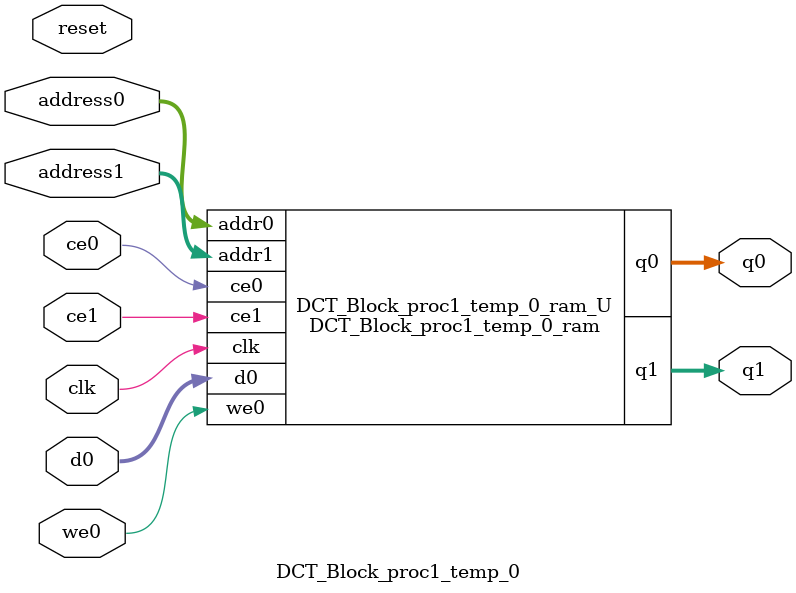
<source format=v>

`timescale 1 ns / 1 ps
module DCT_Block_proc1_temp_0_ram (addr0, ce0, d0, we0, q0, addr1, ce1, q1,  clk);

parameter DWIDTH = 32;
parameter AWIDTH = 3;
parameter MEM_SIZE = 8;

input[AWIDTH-1:0] addr0;
input ce0;
input[DWIDTH-1:0] d0;
input we0;
output reg[DWIDTH-1:0] q0;
input[AWIDTH-1:0] addr1;
input ce1;
output reg[DWIDTH-1:0] q1;
input clk;

(* ram_style = "distributed" *)reg [DWIDTH-1:0] ram[MEM_SIZE-1:0];




always @(posedge clk)  
begin 
    if (ce0) 
    begin
        if (we0) 
        begin 
            ram[addr0] <= d0; 
            q0 <= d0;
        end 
        else 
            q0 <= ram[addr0];
    end
end


always @(posedge clk)  
begin 
    if (ce1) 
    begin
            q1 <= ram[addr1];
    end
end


endmodule


`timescale 1 ns / 1 ps
module DCT_Block_proc1_temp_0(
    reset,
    clk,
    address0,
    ce0,
    we0,
    d0,
    q0,
    address1,
    ce1,
    q1);

parameter DataWidth = 32'd32;
parameter AddressRange = 32'd8;
parameter AddressWidth = 32'd3;
input reset;
input clk;
input[AddressWidth - 1:0] address0;
input ce0;
input we0;
input[DataWidth - 1:0] d0;
output[DataWidth - 1:0] q0;
input[AddressWidth - 1:0] address1;
input ce1;
output[DataWidth - 1:0] q1;



DCT_Block_proc1_temp_0_ram DCT_Block_proc1_temp_0_ram_U(
    .clk( clk ),
    .addr0( address0 ),
    .ce0( ce0 ),
    .d0( d0 ),
    .we0( we0 ),
    .q0( q0 ),
    .addr1( address1 ),
    .ce1( ce1 ),
    .q1( q1 ));

endmodule


</source>
